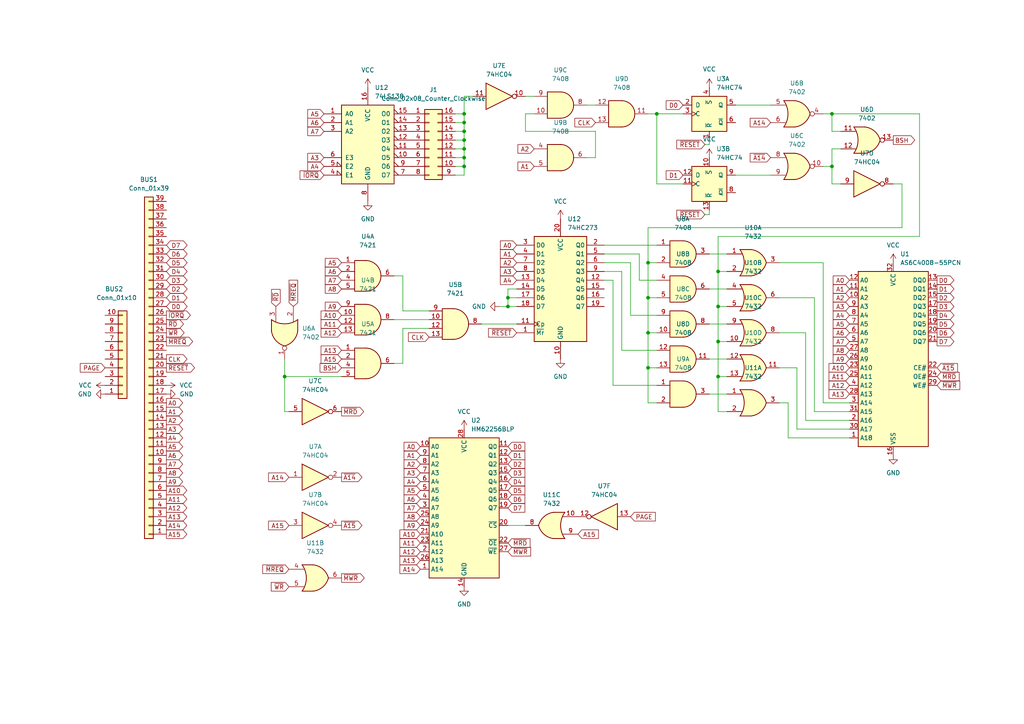
<source format=kicad_sch>
(kicad_sch (version 20211123) (generator eeschema)
  (paper "A4")
  (junction (at 241.3 48.26))
  (junction (at 241.3 33.02))
  (junction (at 147.32 86.36))
  (junction (at 134.62 38.1))
  (junction (at 134.62 33.02))
  (junction (at 134.62 40.64))
  (junction (at 187.96 86.36))
  (junction (at 187.96 106.68))
  (junction (at 134.62 48.26))
  (junction (at 147.32 88.9))
  (junction (at 134.62 43.18))
  (junction (at 82.55 109.22))
  (junction (at 208.28 78.74))
  (junction (at 187.96 96.52))
  (junction (at 190.5 33.02))
  (junction (at 208.28 99.06))
  (junction (at 208.28 88.9))
  (junction (at 187.96 76.2))
  (junction (at 134.62 35.56))
  (junction (at 134.62 45.72))
  (junction (at 208.28 109.22))
  (wire (pts (xy 175.26 78.74) (xy 180.34 78.74)))
  (wire (pts (xy 134.62 40.64) (xy 134.62 43.18)))
  (wire (pts (xy 208.28 68.58) (xy 266.7 68.58)))
  (wire (pts (xy 82.55 104.14) (xy 82.55 109.22)))
  (wire (pts (xy 132.08 43.18) (xy 134.62 43.18)))
  (wire (pts (xy 147.32 88.9) (xy 147.32 86.36)))
  (wire (pts (xy 147.32 86.36) (xy 149.86 86.36)))
  (wire (pts (xy 177.8 81.28) (xy 175.26 81.28)))
  (wire (pts (xy 204.47 41.91) (xy 205.74 41.91)))
  (wire (pts (xy 208.28 99.06) (xy 210.82 99.06)))
  (wire (pts (xy 147.32 152.4) (xy 152.4 152.4)))
  (wire (pts (xy 210.82 119.38) (xy 208.28 119.38)))
  (wire (pts (xy 182.88 76.2) (xy 175.26 76.2)))
  (wire (pts (xy 187.96 86.36) (xy 187.96 96.52)))
  (wire (pts (xy 149.86 88.9) (xy 147.32 88.9)))
  (wire (pts (xy 190.5 53.34) (xy 190.5 33.02)))
  (wire (pts (xy 172.72 45.72) (xy 172.72 38.1)))
  (wire (pts (xy 208.28 99.06) (xy 208.28 88.9)))
  (wire (pts (xy 266.7 33.02) (xy 266.7 68.58)))
  (wire (pts (xy 226.06 76.2) (xy 238.76 76.2)))
  (wire (pts (xy 187.96 96.52) (xy 187.96 106.68)))
  (wire (pts (xy 241.3 43.18) (xy 241.3 48.26)))
  (wire (pts (xy 228.6 116.84) (xy 228.6 127)))
  (wire (pts (xy 208.28 109.22) (xy 208.28 99.06)))
  (wire (pts (xy 246.38 119.38) (xy 236.22 119.38)))
  (wire (pts (xy 134.62 27.94) (xy 137.16 27.94)))
  (wire (pts (xy 226.06 96.52) (xy 233.68 96.52)))
  (wire (pts (xy 190.5 111.76) (xy 177.8 111.76)))
  (wire (pts (xy 190.5 91.44) (xy 182.88 91.44)))
  (wire (pts (xy 198.12 53.34) (xy 190.5 53.34)))
  (wire (pts (xy 208.28 78.74) (xy 210.82 78.74)))
  (wire (pts (xy 190.5 81.28) (xy 185.42 81.28)))
  (wire (pts (xy 147.32 83.82) (xy 147.32 86.36)))
  (wire (pts (xy 236.22 119.38) (xy 236.22 86.36)))
  (wire (pts (xy 134.62 33.02) (xy 134.62 35.56)))
  (wire (pts (xy 226.06 116.84) (xy 228.6 116.84)))
  (wire (pts (xy 261.62 53.34) (xy 261.62 66.04)))
  (wire (pts (xy 132.08 50.8) (xy 134.62 50.8)))
  (wire (pts (xy 180.34 101.6) (xy 180.34 78.74)))
  (wire (pts (xy 238.76 33.02) (xy 241.3 33.02)))
  (wire (pts (xy 170.18 45.72) (xy 172.72 45.72)))
  (wire (pts (xy 187.96 76.2) (xy 187.96 86.36)))
  (wire (pts (xy 185.42 81.28) (xy 185.42 73.66)))
  (wire (pts (xy 243.84 43.18) (xy 241.3 43.18)))
  (wire (pts (xy 226.06 106.68) (xy 231.14 106.68)))
  (wire (pts (xy 213.36 50.8) (xy 223.52 50.8)))
  (wire (pts (xy 238.76 116.84) (xy 238.76 76.2)))
  (wire (pts (xy 152.4 33.02) (xy 154.94 33.02)))
  (wire (pts (xy 134.62 43.18) (xy 134.62 45.72)))
  (wire (pts (xy 114.3 105.41) (xy 116.84 105.41)))
  (wire (pts (xy 187.96 116.84) (xy 190.5 116.84)))
  (wire (pts (xy 187.96 76.2) (xy 190.5 76.2)))
  (wire (pts (xy 246.38 124.46) (xy 231.14 124.46)))
  (wire (pts (xy 185.42 73.66) (xy 175.26 73.66)))
  (wire (pts (xy 177.8 111.76) (xy 177.8 81.28)))
  (wire (pts (xy 182.88 91.44) (xy 182.88 76.2)))
  (wire (pts (xy 205.74 62.23) (xy 205.74 60.96)))
  (wire (pts (xy 241.3 38.1) (xy 241.3 33.02)))
  (wire (pts (xy 132.08 48.26) (xy 134.62 48.26)))
  (wire (pts (xy 187.96 66.04) (xy 187.96 76.2)))
  (wire (pts (xy 175.26 71.12) (xy 190.5 71.12)))
  (wire (pts (xy 238.76 48.26) (xy 241.3 48.26)))
  (wire (pts (xy 259.08 53.34) (xy 261.62 53.34)))
  (wire (pts (xy 205.74 114.3) (xy 210.82 114.3)))
  (wire (pts (xy 208.28 88.9) (xy 210.82 88.9)))
  (wire (pts (xy 116.84 80.01) (xy 116.84 90.17)))
  (wire (pts (xy 152.4 27.94) (xy 154.94 27.94)))
  (wire (pts (xy 124.46 95.25) (xy 116.84 95.25)))
  (wire (pts (xy 205.74 104.14) (xy 210.82 104.14)))
  (wire (pts (xy 83.82 119.38) (xy 82.55 119.38)))
  (wire (pts (xy 233.68 121.92) (xy 233.68 96.52)))
  (wire (pts (xy 208.28 78.74) (xy 208.28 68.58)))
  (wire (pts (xy 205.74 93.98) (xy 210.82 93.98)))
  (wire (pts (xy 187.96 33.02) (xy 190.5 33.02)))
  (wire (pts (xy 187.96 106.68) (xy 190.5 106.68)))
  (wire (pts (xy 134.62 27.94) (xy 134.62 33.02)))
  (wire (pts (xy 226.06 86.36) (xy 236.22 86.36)))
  (wire (pts (xy 144.78 88.9) (xy 147.32 88.9)))
  (wire (pts (xy 149.86 83.82) (xy 147.32 83.82)))
  (wire (pts (xy 246.38 116.84) (xy 238.76 116.84)))
  (wire (pts (xy 172.72 38.1) (xy 152.4 38.1)))
  (wire (pts (xy 204.47 62.23) (xy 205.74 62.23)))
  (wire (pts (xy 213.36 30.48) (xy 223.52 30.48)))
  (wire (pts (xy 134.62 45.72) (xy 134.62 48.26)))
  (wire (pts (xy 231.14 124.46) (xy 231.14 106.68)))
  (wire (pts (xy 132.08 45.72) (xy 134.62 45.72)))
  (wire (pts (xy 187.96 96.52) (xy 190.5 96.52)))
  (wire (pts (xy 82.55 119.38) (xy 82.55 109.22)))
  (wire (pts (xy 208.28 119.38) (xy 208.28 109.22)))
  (wire (pts (xy 152.4 38.1) (xy 152.4 33.02)))
  (wire (pts (xy 132.08 40.64) (xy 134.62 40.64)))
  (wire (pts (xy 241.3 33.02) (xy 266.7 33.02)))
  (wire (pts (xy 132.08 38.1) (xy 134.62 38.1)))
  (wire (pts (xy 139.7 93.98) (xy 149.86 93.98)))
  (wire (pts (xy 187.96 106.68) (xy 187.96 116.84)))
  (wire (pts (xy 132.08 33.02) (xy 134.62 33.02)))
  (wire (pts (xy 208.28 88.9) (xy 208.28 78.74)))
  (wire (pts (xy 134.62 50.8) (xy 134.62 48.26)))
  (wire (pts (xy 190.5 101.6) (xy 180.34 101.6)))
  (wire (pts (xy 116.84 105.41) (xy 116.84 95.25)))
  (wire (pts (xy 134.62 35.56) (xy 134.62 38.1)))
  (wire (pts (xy 134.62 38.1) (xy 134.62 40.64)))
  (wire (pts (xy 114.3 92.71) (xy 124.46 92.71)))
  (wire (pts (xy 228.6 127) (xy 246.38 127)))
  (wire (pts (xy 116.84 90.17) (xy 124.46 90.17)))
  (wire (pts (xy 187.96 86.36) (xy 190.5 86.36)))
  (wire (pts (xy 205.74 73.66) (xy 210.82 73.66)))
  (wire (pts (xy 82.55 109.22) (xy 99.06 109.22)))
  (wire (pts (xy 132.08 35.56) (xy 134.62 35.56)))
  (wire (pts (xy 205.74 41.91) (xy 205.74 40.64)))
  (wire (pts (xy 170.18 30.48) (xy 172.72 30.48)))
  (wire (pts (xy 261.62 66.04) (xy 187.96 66.04)))
  (wire (pts (xy 114.3 80.01) (xy 116.84 80.01)))
  (wire (pts (xy 190.5 33.02) (xy 198.12 33.02)))
  (wire (pts (xy 208.28 109.22) (xy 210.82 109.22)))
  (wire (pts (xy 205.74 83.82) (xy 210.82 83.82)))
  (wire (pts (xy 243.84 38.1) (xy 241.3 38.1)))
  (wire (pts (xy 241.3 53.34) (xy 241.3 48.26)))
  (wire (pts (xy 246.38 121.92) (xy 233.68 121.92)))
  (wire (pts (xy 243.84 53.34) (xy 241.3 53.34)))
  (global_label "A2" (shape input) (at 121.92 134.62 180) (property "Intersheet References" "${INTERSHEET_REFS}" (effects hide)))
  (global_label "D2" (shape output) (at 271.78 86.36 0) (property "Intersheet References" "${INTERSHEET_REFS}" (effects hide)))
  (global_label "~{RESET}" (shape input) (at 204.47 62.23 180) (property "Intersheet References" "${INTERSHEET_REFS}" (effects hide)))
  (global_label "~{MWR}" (shape input) (at 147.32 160.02 0) (property "Intersheet References" "${INTERSHEET_REFS}" (effects hide)))
  (global_label "A12" (shape input) (at 99.06 96.52 180) (property "Intersheet References" "${INTERSHEET_REFS}" (effects hide)))
  (global_label "A13" (shape output) (at 48.26 149.86 0) (property "Intersheet References" "${INTERSHEET_REFS}" (effects hide)))
  (global_label "~{IORQ}" (shape output) (at 48.26 91.44 0) (property "Intersheet References" "${INTERSHEET_REFS}" (effects hide)))
  (global_label "PAGE" (shape input) (at 30.48 106.68 180) (property "Intersheet References" "${INTERSHEET_REFS}" (effects hide)))
  (global_label "A14" (shape output) (at 48.26 152.4 0) (property "Intersheet References" "${INTERSHEET_REFS}" (effects hide)))
  (global_label "A10" (shape input) (at 121.92 154.94 180) (property "Intersheet References" "${INTERSHEET_REFS}" (effects hide)))
  (global_label "A15" (shape input) (at 167.64 154.94 0) (property "Intersheet References" "${INTERSHEET_REFS}" (effects hide)))
  (global_label "A7" (shape input) (at 99.06 81.28 180) (property "Intersheet References" "${INTERSHEET_REFS}" (effects hide)))
  (global_label "BSH" (shape input) (at 99.06 106.68 180) (property "Intersheet References" "${INTERSHEET_REFS}" (effects hide)))
  (global_label "A15" (shape output) (at 48.26 154.94 0) (property "Intersheet References" "${INTERSHEET_REFS}" (effects hide)))
  (global_label "~{RD}" (shape input) (at 80.01 88.9 90) (property "Intersheet References" "${INTERSHEET_REFS}" (effects hide)))
  (global_label "D2" (shape input) (at 147.32 134.62 0) (property "Intersheet References" "${INTERSHEET_REFS}" (effects hide)))
  (global_label "D3" (shape output) (at 271.78 88.9 0) (property "Intersheet References" "${INTERSHEET_REFS}" (effects hide)))
  (global_label "A0" (shape input) (at 121.92 129.54 180) (property "Intersheet References" "${INTERSHEET_REFS}" (effects hide)))
  (global_label "D3" (shape bidirectional) (at 48.26 81.28 0) (property "Intersheet References" "${INTERSHEET_REFS}" (effects hide)))
  (global_label "D4" (shape output) (at 271.78 91.44 0) (property "Intersheet References" "${INTERSHEET_REFS}" (effects hide)))
  (global_label "~{RESET}" (shape input) (at 204.47 41.91 180) (property "Intersheet References" "${INTERSHEET_REFS}" (effects hide)))
  (global_label "A12" (shape output) (at 48.26 147.32 0) (property "Intersheet References" "${INTERSHEET_REFS}" (effects hide)))
  (global_label "D0" (shape input) (at 147.32 129.54 0) (property "Intersheet References" "${INTERSHEET_REFS}" (effects hide)))
  (global_label "A7" (shape output) (at 48.26 134.62 0) (property "Intersheet References" "${INTERSHEET_REFS}" (effects hide)))
  (global_label "~{MREQ}" (shape input) (at 83.82 165.1 180) (property "Intersheet References" "${INTERSHEET_REFS}" (effects hide)))
  (global_label "A14" (shape input) (at 121.92 165.1 180) (property "Intersheet References" "${INTERSHEET_REFS}" (effects hide)))
  (global_label "A3" (shape input) (at 121.92 137.16 180) (property "Intersheet References" "${INTERSHEET_REFS}" (effects hide)))
  (global_label "~{RESET}" (shape output) (at 48.26 106.68 0) (property "Intersheet References" "${INTERSHEET_REFS}" (effects hide)))
  (global_label "A10" (shape output) (at 48.26 142.24 0) (property "Intersheet References" "${INTERSHEET_REFS}" (effects hide)))
  (global_label "A6" (shape input) (at 99.06 78.74 180) (property "Intersheet References" "${INTERSHEET_REFS}" (effects hide)))
  (global_label "A13" (shape input) (at 99.06 101.6 180) (property "Intersheet References" "${INTERSHEET_REFS}" (effects hide)))
  (global_label "A14" (shape input) (at 83.82 138.43 180) (property "Intersheet References" "${INTERSHEET_REFS}" (effects hide)))
  (global_label "PAGE" (shape input) (at 182.88 149.86 0) (property "Intersheet References" "${INTERSHEET_REFS}" (effects hide)))
  (global_label "A1" (shape input) (at 154.94 48.26 180) (property "Intersheet References" "${INTERSHEET_REFS}" (effects hide)))
  (global_label "D3" (shape input) (at 147.32 137.16 0) (property "Intersheet References" "${INTERSHEET_REFS}" (effects hide)))
  (global_label "A1" (shape input) (at 121.92 132.08 180) (property "Intersheet References" "${INTERSHEET_REFS}" (effects hide)))
  (global_label "A7" (shape input) (at 93.98 38.1 180) (property "Intersheet References" "${INTERSHEET_REFS}" (effects hide)))
  (global_label "A13" (shape input) (at 246.38 114.3 180) (property "Intersheet References" "${INTERSHEET_REFS}" (effects hide)))
  (global_label "~{RD}" (shape output) (at 48.26 93.98 0) (property "Intersheet References" "${INTERSHEET_REFS}" (effects hide)))
  (global_label "D1" (shape input) (at 147.32 132.08 0) (property "Intersheet References" "${INTERSHEET_REFS}" (effects hide)))
  (global_label "A4" (shape input) (at 246.38 91.44 180) (property "Intersheet References" "${INTERSHEET_REFS}" (effects hide)))
  (global_label "A4" (shape input) (at 149.86 81.28 180) (property "Intersheet References" "${INTERSHEET_REFS}" (effects hide)))
  (global_label "D6" (shape output) (at 271.78 96.52 0) (property "Intersheet References" "${INTERSHEET_REFS}" (effects hide)))
  (global_label "BSH" (shape output) (at 259.08 40.64 0) (property "Intersheet References" "${INTERSHEET_REFS}" (effects hide)))
  (global_label "A5" (shape input) (at 99.06 76.2 180) (property "Intersheet References" "${INTERSHEET_REFS}" (effects hide)))
  (global_label "A11" (shape input) (at 99.06 93.98 180) (property "Intersheet References" "${INTERSHEET_REFS}" (effects hide)))
  (global_label "~{WR}" (shape output) (at 48.26 96.52 0) (property "Intersheet References" "${INTERSHEET_REFS}" (effects hide)))
  (global_label "A9" (shape input) (at 121.92 152.4 180) (property "Intersheet References" "${INTERSHEET_REFS}" (effects hide)))
  (global_label "D1" (shape input) (at 198.12 50.8 180) (property "Intersheet References" "${INTERSHEET_REFS}" (effects hide)))
  (global_label "CLK" (shape output) (at 48.26 104.14 0) (property "Intersheet References" "${INTERSHEET_REFS}" (effects hide)))
  (global_label "A8" (shape output) (at 48.26 137.16 0) (property "Intersheet References" "${INTERSHEET_REFS}" (effects hide)))
  (global_label "D5" (shape input) (at 147.32 142.24 0) (property "Intersheet References" "${INTERSHEET_REFS}" (effects hide)))
  (global_label "A9" (shape output) (at 48.26 139.7 0) (property "Intersheet References" "${INTERSHEET_REFS}" (effects hide)))
  (global_label "A5" (shape input) (at 121.92 142.24 180) (property "Intersheet References" "${INTERSHEET_REFS}" (effects hide)))
  (global_label "A14" (shape input) (at 223.52 35.56 180) (property "Intersheet References" "${INTERSHEET_REFS}" (effects hide)))
  (global_label "~{WR}" (shape input) (at 83.82 170.18 180) (property "Intersheet References" "${INTERSHEET_REFS}" (effects hide)))
  (global_label "D2" (shape bidirectional) (at 48.26 83.82 0) (property "Intersheet References" "${INTERSHEET_REFS}" (effects hide)))
  (global_label "~{A14}" (shape output) (at 99.06 138.43 0) (property "Intersheet References" "${INTERSHEET_REFS}" (effects hide)))
  (global_label "A13" (shape input) (at 121.92 162.56 180) (property "Intersheet References" "${INTERSHEET_REFS}" (effects hide)))
  (global_label "D0" (shape output) (at 271.78 81.28 0) (property "Intersheet References" "${INTERSHEET_REFS}" (effects hide)))
  (global_label "A1" (shape input) (at 246.38 83.82 180) (property "Intersheet References" "${INTERSHEET_REFS}" (effects hide)))
  (global_label "A4" (shape input) (at 93.98 48.26 180) (property "Intersheet References" "${INTERSHEET_REFS}" (effects hide)))
  (global_label "~{MRD}" (shape input) (at 147.32 157.48 0) (property "Intersheet References" "${INTERSHEET_REFS}" (effects hide)))
  (global_label "~{A15}" (shape input) (at 271.78 106.68 0) (property "Intersheet References" "${INTERSHEET_REFS}" (effects hide)))
  (global_label "D0" (shape input) (at 198.12 30.48 180) (property "Intersheet References" "${INTERSHEET_REFS}" (effects hide)))
  (global_label "A8" (shape input) (at 121.92 149.86 180) (property "Intersheet References" "${INTERSHEET_REFS}" (effects hide)))
  (global_label "A6" (shape output) (at 48.26 132.08 0) (property "Intersheet References" "${INTERSHEET_REFS}" (effects hide)))
  (global_label "A5" (shape input) (at 246.38 93.98 180) (property "Intersheet References" "${INTERSHEET_REFS}" (effects hide)))
  (global_label "~{MWR}" (shape input) (at 271.78 111.76 0) (property "Intersheet References" "${INTERSHEET_REFS}" (effects hide)))
  (global_label "~{MREQ}" (shape output) (at 48.26 99.06 0) (property "Intersheet References" "${INTERSHEET_REFS}" (effects hide)))
  (global_label "A8" (shape input) (at 246.38 101.6 180) (property "Intersheet References" "${INTERSHEET_REFS}" (effects hide)))
  (global_label "D5" (shape output) (at 271.78 93.98 0) (property "Intersheet References" "${INTERSHEET_REFS}" (effects hide)))
  (global_label "D4" (shape input) (at 147.32 139.7 0) (property "Intersheet References" "${INTERSHEET_REFS}" (effects hide)))
  (global_label "D7" (shape output) (at 271.78 99.06 0) (property "Intersheet References" "${INTERSHEET_REFS}" (effects hide)))
  (global_label "~{MRD}" (shape output) (at 99.06 119.38 0) (property "Intersheet References" "${INTERSHEET_REFS}" (effects hide)))
  (global_label "A7" (shape input) (at 246.38 99.06 180) (property "Intersheet References" "${INTERSHEET_REFS}" (effects hide)))
  (global_label "A10" (shape input) (at 246.38 106.68 180) (property "Intersheet References" "${INTERSHEET_REFS}" (effects hide)))
  (global_label "A1" (shape input) (at 149.86 73.66 180) (property "Intersheet References" "${INTERSHEET_REFS}" (effects hide)))
  (global_label "~{A15}" (shape output) (at 99.06 152.4 0) (property "Intersheet References" "${INTERSHEET_REFS}" (effects hide)))
  (global_label "CLK" (shape input) (at 124.46 97.79 180) (property "Intersheet References" "${INTERSHEET_REFS}" (effects hide)))
  (global_label "A0" (shape input) (at 246.38 81.28 180) (property "Intersheet References" "${INTERSHEET_REFS}" (effects hide)))
  (global_label "A2" (shape output) (at 48.26 121.92 0) (property "Intersheet References" "${INTERSHEET_REFS}" (effects hide)))
  (global_label "A6" (shape input) (at 93.98 35.56 180) (property "Intersheet References" "${INTERSHEET_REFS}" (effects hide)))
  (global_label "A4" (shape output) (at 48.26 127 0) (property "Intersheet References" "${INTERSHEET_REFS}" (effects hide)))
  (global_label "A1" (shape output) (at 48.26 119.38 0) (property "Intersheet References" "${INTERSHEET_REFS}" (effects hide)))
  (global_label "D6" (shape input) (at 147.32 144.78 0) (property "Intersheet References" "${INTERSHEET_REFS}" (effects hide)))
  (global_label "A3" (shape input) (at 93.98 45.72 180) (property "Intersheet References" "${INTERSHEET_REFS}" (effects hide)))
  (global_label "~{MWR}" (shape output) (at 99.06 167.64 0) (property "Intersheet References" "${INTERSHEET_REFS}" (effects hide)))
  (global_label "A11" (shape input) (at 246.38 109.22 180) (property "Intersheet References" "${INTERSHEET_REFS}" (effects hide)))
  (global_label "~{A14}" (shape input) (at 223.52 45.72 180) (property "Intersheet References" "${INTERSHEET_REFS}" (effects hide)))
  (global_label "D4" (shape bidirectional) (at 48.26 78.74 0) (property "Intersheet References" "${INTERSHEET_REFS}" (effects hide)))
  (global_label "D6" (shape bidirectional) (at 48.26 73.66 0) (property "Intersheet References" "${INTERSHEET_REFS}" (effects hide)))
  (global_label "A3" (shape output) (at 48.26 124.46 0) (property "Intersheet References" "${INTERSHEET_REFS}" (effects hide)))
  (global_label "A2" (shape input) (at 149.86 76.2 180) (property "Intersheet References" "${INTERSHEET_REFS}" (effects hide)))
  (global_label "A7" (shape input) (at 121.92 147.32 180) (property "Intersheet References" "${INTERSHEET_REFS}" (effects hide)))
  (global_label "D7" (shape input) (at 147.32 147.32 0) (property "Intersheet References" "${INTERSHEET_REFS}" (effects hide)))
  (global_label "CLK" (shape input) (at 172.72 35.56 180) (property "Intersheet References" "${INTERSHEET_REFS}" (effects hide)))
  (global_label "A10" (shape input) (at 99.06 91.44 180) (property "Intersheet References" "${INTERSHEET_REFS}" (effects hide)))
  (global_label "A5" (shape input) (at 93.98 33.02 180) (property "Intersheet References" "${INTERSHEET_REFS}" (effects hide)))
  (global_label "D7" (shape bidirectional) (at 48.26 71.12 0) (property "Intersheet References" "${INTERSHEET_REFS}" (effects hide)))
  (global_label "A3" (shape input) (at 246.38 88.9 180) (property "Intersheet References" "${INTERSHEET_REFS}" (effects hide)))
  (global_label "~{MREQ}" (shape input) (at 85.09 88.9 90) (property "Intersheet References" "${INTERSHEET_REFS}" (effects hide)))
  (global_label "A15" (shape input) (at 99.06 104.14 180) (property "Intersheet References" "${INTERSHEET_REFS}" (effects hide)))
  (global_label "A12" (shape input) (at 121.92 160.02 180) (property "Intersheet References" "${INTERSHEET_REFS}" (effects hide)))
  (global_label "D0" (shape bidirectional) (at 48.26 88.9 0) (property "Intersheet References" "${INTERSHEET_REFS}" (effects hide)))
  (global_label "~{IORQ}" (shape input) (at 93.98 50.8 180) (property "Intersheet References" "${INTERSHEET_REFS}" (effects hide)))
  (global_label "A11" (shape input) (at 121.92 157.48 180) (property "Intersheet References" "${INTERSHEET_REFS}" (effects hide)))
  (global_label "A3" (shape input) (at 149.86 78.74 180) (property "Intersheet References" "${INTERSHEET_REFS}" (effects hide)))
  (global_label "A12" (shape input) (at 246.38 111.76 180) (property "Intersheet References" "${INTERSHEET_REFS}" (effects hide)))
  (global_label "D5" (shape bidirectional) (at 48.26 76.2 0) (property "Intersheet References" "${INTERSHEET_REFS}" (effects hide)))
  (global_label "D1" (shape bidirectional) (at 48.26 86.36 0) (property "Intersheet References" "${INTERSHEET_REFS}" (effects hide)))
  (global_label "~{MRD}" (shape input) (at 271.78 109.22 0) (property "Intersheet References" "${INTERSHEET_REFS}" (effects hide)))
  (global_label "A0" (shape input) (at 149.86 71.12 180) (property "Intersheet References" "${INTERSHEET_REFS}" (effects hide)))
  (global_label "A2" (shape input) (at 154.94 43.18 180) (property "Intersheet References" "${INTERSHEET_REFS}" (effects hide)))
  (global_label "~{RESET}" (shape input) (at 149.86 96.52 180) (property "Intersheet References" "${INTERSHEET_REFS}" (effects hide)))
  (global_label "A6" (shape input) (at 121.92 144.78 180) (property "Intersheet References" "${INTERSHEET_REFS}" (effects hide)))
  (global_label "A9" (shape input) (at 99.06 88.9 180) (property "Intersheet References" "${INTERSHEET_REFS}" (effects hide)))
  (global_label "A11" (shape output) (at 48.26 144.78 0) (property "Intersheet References" "${INTERSHEET_REFS}" (effects hide)))
  (global_label "A5" (shape output) (at 48.26 129.54 0) (property "Intersheet References" "${INTERSHEET_REFS}" (effects hide)))
  (global_label "A6" (shape input) (at 246.38 96.52 180) (property "Intersheet References" "${INTERSHEET_REFS}" (effects hide)))
  (global_label "A4" (shape input) (at 121.92 139.7 180) (property "Intersheet References" "${INTERSHEET_REFS}" (effects hide)))
  (global_label "A2" (shape input) (at 246.38 86.36 180) (property "Intersheet References" "${INTERSHEET_REFS}" (effects hide)))
  (global_label "A8" (shape input) (at 99.06 83.82 180) (property "Intersheet References" "${INTERSHEET_REFS}" (effects hide)))
  (global_label "A9" (shape input) (at 246.38 104.14 180) (property "Intersheet References" "${INTERSHEET_REFS}" (effects hide)))
  (global_label "D1" (shape output) (at 271.78 83.82 0) (property "Intersheet References" "${INTERSHEET_REFS}" (effects hide)))
  (global_label "A15" (shape input) (at 83.82 152.4 180) (property "Intersheet References" "${INTERSHEET_REFS}" (effects hide)))
  (global_label "A0" (shape output) (at 48.26 116.84 0) (property "Intersheet References" "${INTERSHEET_REFS}" (effects hide)))
  (symbol (lib_id "power:VCC") (at 30.48 111.76 90) (unit 1)
    (property "Reference" "#PWR?" (effects hide))
    (property "Value" "VCC" (at 26.67 111.7599 90) (effects (justify left)))
  )
  (symbol (lib_id "74xx:7402") (at 231.14 33.02 0) (unit 2)
    (property "Reference" "U6" (at 231.14 24.13 0))
    (property "Value" "7402" (at 231.14 26.67 0))
    (property "Footprint" "Package_DIP:DIP-14_W7.62mm" (effects hide))
    (property "Datasheet" "http://www.ti.com/lit/gpn/sn7402" (effects hide))
  )
  (symbol (lib_id "power:GND") (at 30.48 114.3 270) (unit 1)
    (property "Reference" "#PWR?" (effects hide))
    (property "Value" "GND" (at 26.67 114.2999 90) (effects (justify right)))
  )
  (symbol (lib_id "power:VCC") (at 162.56 63.5 0) (unit 1)
    (property "Reference" "#PWR0102" (effects hide))
    (property "Value" "VCC" (at 162.56 58.42 0))
  )
  (symbol (lib_id "74xx:74HC04") (at 144.78 27.94 0) (unit 5)
    (property "Reference" "U7" (at 144.78 19.05 0))
    (property "Value" "74HC04" (at 144.78 21.59 0))
    (property "Footprint" "Package_DIP:DIP-14_W7.62mm" (effects hide))
    (property "Datasheet" "https://assets.nexperia.com/documents/data-sheet/74HC_HCT04.pdf" (effects hide))
  )
  (symbol (lib_id "power:GND") (at 134.62 170.18 0) (unit 1)
    (property "Reference" "#PWR?" (effects hide))
    (property "Value" "GND" (at 134.62 175.26 0))
  )
  (symbol (lib_id "74xx:74LS08") (at 162.56 30.48 0) (unit 3)
    (property "Reference" "U9" (at 162.56 20.32 0))
    (property "Value" "7408" (at 162.56 22.86 0))
    (property "Footprint" "Package_DIP:DIP-14_W7.62mm" (effects hide))
    (property "Datasheet" "http://www.ti.com/lit/gpn/sn74LS08" (effects hide))
  )
  (symbol (lib_id "74xx:74HC04") (at 91.44 138.43 0) (unit 1)
    (property "Reference" "U7" (at 91.44 129.54 0))
    (property "Value" "74HC04" (at 91.44 132.08 0))
    (property "Footprint" "Package_DIP:DIP-14_W7.62mm" (effects hide))
    (property "Datasheet" "https://assets.nexperia.com/documents/data-sheet/74HC_HCT04.pdf" (effects hide))
  )
  (symbol (lib_id "power:GND") (at 259.08 132.08 0) (unit 1)
    (property "Reference" "#PWR0104" (effects hide))
    (property "Value" "GND" (at 259.08 137.16 0))
  )
  (symbol (lib_id "74xx:74HC273") (at 162.56 83.82 0) (unit 1)
    (property "Reference" "U12" (at 164.5794 63.5 0) (effects (justify left)))
    (property "Value" "74HC273" (at 164.5794 66.04 0) (effects (justify left)))
    (property "Footprint" "Package_DIP:DIP-20_W7.62mm" (effects hide))
    (property "Datasheet" "https://assets.nexperia.com/documents/data-sheet/74HC_HCT273.pdf" (effects hide))
  )
  (symbol (lib_id "74xx:74HC74") (at 205.74 53.34 0) (unit 2)
    (property "Reference" "U3" (at 207.7594 43.18 0) (effects (justify left)))
    (property "Value" "74HC74" (at 207.7594 45.72 0) (effects (justify left)))
    (property "Footprint" "Package_DIP:DIP-14_W7.62mm" (effects hide))
    (property "Datasheet" "74xx/74hc_hct74.pdf" (effects hide))
  )
  (symbol (lib_id "Memory_RAM:AS6C4008-55PCN") (at 259.08 104.14 0) (unit 1)
    (property "Reference" "U1" (at 261.0994 73.66 0) (effects (justify left)))
    (property "Value" "AS6C4008-55PCN" (at 261.0994 76.2 0) (effects (justify left)))
    (property "Footprint" "Package_DIP:DIP-32_W15.24mm" (effects hide))
    (property "Datasheet" "https://www.alliancememory.com/wp-content/uploads/pdf/AS6C4008.pdf" (effects hide))
  )
  (symbol (lib_id "74xx:74LS21") (at 132.08 93.98 0) (unit 2)
    (property "Reference" "U5" (at 132.08 82.55 0))
    (property "Value" "7421" (at 132.08 85.09 0))
    (property "Footprint" "Package_DIP:DIP-14_W7.62mm" (effects hide))
    (property "Datasheet" "http://www.ti.com/lit/gpn/sn74LS21" (effects hide))
  )
  (symbol (lib_id "power:GND") (at 144.78 88.9 270) (unit 1)
    (property "Reference" "#PWR?" (effects hide))
    (property "Value" "GND" (at 140.97 88.8999 90) (effects (justify right)))
  )
  (symbol (lib_id "74xx:74LS32") (at 218.44 96.52 0) (unit 3)
    (property "Reference" "U10" (at 218.44 86.36 0))
    (property "Value" "7432" (at 218.44 88.9 0))
    (property "Footprint" "Package_DIP:DIP-14_W7.62mm" (effects hide))
    (property "Datasheet" "http://www.ti.com/lit/gpn/sn74LS32" (effects hide))
  )
  (symbol (lib_id "power:VCC") (at 205.74 25.4 0) (unit 1)
    (property "Reference" "#PWR?" (effects hide))
    (property "Value" "VCC" (at 205.74 20.066 0))
  )
  (symbol (lib_id "74xx:74LS32") (at 218.44 106.68 0) (unit 4)
    (property "Reference" "U10" (at 218.44 96.52 0))
    (property "Value" "7432" (at 218.44 99.06 0))
    (property "Footprint" "Package_DIP:DIP-14_W7.62mm" (effects hide))
    (property "Datasheet" "http://www.ti.com/lit/gpn/sn74LS32" (effects hide))
  )
  (symbol (lib_id "power:VCC") (at 134.62 124.46 0) (unit 1)
    (property "Reference" "#PWR?" (effects hide))
    (property "Value" "VCC" (at 134.62 119.38 0))
  )
  (symbol (lib_id "power:VCC") (at 259.08 76.2 0) (unit 1)
    (property "Reference" "#PWR0103" (effects hide))
    (property "Value" "VCC" (at 259.08 71.12 0))
  )
  (symbol (lib_id "74xx:74HC04") (at 91.44 119.38 0) (unit 3)
    (property "Reference" "U7" (at 91.44 110.49 0))
    (property "Value" "74HC04" (at 91.44 113.03 0))
    (property "Footprint" "Package_DIP:DIP-14_W7.62mm" (effects hide))
    (property "Datasheet" "https://assets.nexperia.com/documents/data-sheet/74HC_HCT04.pdf" (effects hide))
  )
  (symbol (lib_id "74xx:74LS32") (at 218.44 116.84 0) (unit 1)
    (property "Reference" "U11" (at 218.44 106.68 0))
    (property "Value" "7432" (at 218.44 109.22 0))
    (property "Footprint" "Package_DIP:DIP-14_W7.62mm" (effects hide))
    (property "Datasheet" "http://www.ti.com/lit/gpn/sn74LS32" (effects hide))
  )
  (symbol (lib_id "74xx:74LS21") (at 106.68 105.41 0) (unit 1)
    (property "Reference" "U5" (at 106.68 93.98 0))
    (property "Value" "7421" (at 106.68 96.52 0))
    (property "Footprint" "Package_DIP:DIP-14_W7.62mm" (effects hide))
    (property "Datasheet" "http://www.ti.com/lit/gpn/sn74LS21" (effects hide))
  )
  (symbol (lib_id "74xx:74LS138") (at 106.68 40.64 0) (unit 1)
    (property "Reference" "U12" (at 108.6994 25.4 0) (effects (justify left)))
    (property "Value" "74LS138" (at 108.6994 27.94 0) (effects (justify left)))
    (property "Footprint" "Package_DIP:DIP-16_W7.62mm" (effects hide))
    (property "Datasheet" "http://www.ti.com/lit/gpn/sn74LS138" (effects hide))
  )
  (symbol (lib_id "Memory_RAM:HM62256BLP") (at 134.62 147.32 0) (unit 1)
    (property "Reference" "U2" (at 136.6394 121.92 0) (effects (justify left)))
    (property "Value" "HM62256BLP" (at 136.6394 124.46 0) (effects (justify left)))
    (property "Footprint" "Package_DIP:DIP-28_W15.24mm" (effects hide))
    (property "Datasheet" "https://web.mit.edu/6.115/www/document/62256.pdf" (effects hide))
  )
  (symbol (lib_id "74xx:74LS21") (at 106.68 92.71 0) (unit 2)
    (property "Reference" "U4" (at 106.68 81.28 0))
    (property "Value" "7421" (at 106.68 83.82 0))
    (property "Footprint" "Package_DIP:DIP-14_W7.62mm" (effects hide))
    (property "Datasheet" "http://www.ti.com/lit/gpn/sn74LS21" (effects hide))
  )
  (symbol (lib_id "74xx:74LS08") (at 198.12 73.66 0) (unit 1)
    (property "Reference" "U8" (at 198.12 63.5 0))
    (property "Value" "7408" (at 198.12 66.04 0))
    (property "Footprint" "Package_DIP:DIP-14_W7.62mm" (effects hide))
    (property "Datasheet" "http://www.ti.com/lit/gpn/sn74LS08" (effects hide))
  )
  (symbol (lib_id "74xx:7402") (at 231.14 48.26 0) (unit 3)
    (property "Reference" "U6" (at 231.14 39.37 0))
    (property "Value" "7402" (at 231.14 41.91 0))
    (property "Footprint" "Package_DIP:DIP-14_W7.62mm" (effects hide))
    (property "Datasheet" "http://www.ti.com/lit/gpn/sn7402" (effects hide))
  )
  (symbol (lib_id "Connector_Generic:Conn_01x10") (at 35.56 104.14 0) (mirror x) (unit 1)
    (property "Reference" "BUS2" (at 30.48 83.82 0) (effects (justify left)))
    (property "Value" "Conn_01x10" (at 27.94 86.36 0) (effects (justify left)))
  )
  (symbol (lib_id "power:VCC") (at 106.68 25.4 0) (unit 1)
    (property "Reference" "#PWR0108" (effects hide))
    (property "Value" "VCC" (at 106.68 20.32 0))
  )
  (symbol (lib_id "power:GND") (at 106.68 58.42 0) (unit 1)
    (property "Reference" "#PWR0107" (effects hide))
    (property "Value" "GND" (at 106.68 63.5 0))
  )
  (symbol (lib_id "74xx:7402") (at 82.55 96.52 270) (unit 1)
    (property "Reference" "U6" (at 87.63 95.2499 90) (effects (justify left)))
    (property "Value" "7402" (at 87.63 97.7899 90) (effects (justify left)))
    (property "Footprint" "Package_DIP:DIP-14_W7.62mm" (effects hide))
    (property "Datasheet" "http://www.ti.com/lit/gpn/sn7402" (effects hide))
  )
  (symbol (lib_id "74xx:74HC04") (at 175.26 149.86 180) (unit 6)
    (property "Reference" "U7" (at 175.26 140.97 0))
    (property "Value" "74HC04" (at 175.26 143.51 0))
    (property "Footprint" "Package_DIP:DIP-14_W7.62mm" (effects hide))
    (property "Datasheet" "https://assets.nexperia.com/documents/data-sheet/74HC_HCT04.pdf" (effects hide))
  )
  (symbol (lib_id "74xx:74LS08") (at 198.12 93.98 0) (unit 3)
    (property "Reference" "U8" (at 198.12 83.82 0))
    (property "Value" "7408" (at 198.12 86.36 0))
    (property "Footprint" "Package_DIP:DIP-14_W7.62mm" (effects hide))
    (property "Datasheet" "http://www.ti.com/lit/gpn/sn74LS08" (effects hide))
  )
  (symbol (lib_id "74xx:7402") (at 251.46 40.64 0) (unit 4)
    (property "Reference" "U6" (at 251.46 31.75 0))
    (property "Value" "7402" (at 251.46 34.29 0))
    (property "Footprint" "Package_DIP:DIP-14_W7.62mm" (effects hide))
    (property "Datasheet" "http://www.ti.com/lit/gpn/sn7402" (effects hide))
  )
  (symbol (lib_id "74xx:74LS08") (at 180.34 33.02 0) (unit 4)
    (property "Reference" "U9" (at 180.34 22.86 0))
    (property "Value" "7408" (at 180.34 25.4 0))
    (property "Footprint" "Package_DIP:DIP-14_W7.62mm" (effects hide))
    (property "Datasheet" "http://www.ti.com/lit/gpn/sn74LS08" (effects hide))
  )
  (symbol (lib_id "74xx:74LS21") (at 106.68 80.01 0) (unit 1)
    (property "Reference" "U4" (at 106.68 68.58 0))
    (property "Value" "7421" (at 106.68 71.12 0))
    (property "Footprint" "Package_DIP:DIP-14_W7.62mm" (effects hide))
    (property "Datasheet" "http://www.ti.com/lit/gpn/sn74LS21" (effects hide))
  )
  (symbol (lib_id "Connector_Generic:Conn_01x39") (at 43.18 106.68 180) (unit 1)
    (property "Reference" "BUS1" (at 43.18 52.07 0))
    (property "Value" "Conn_01x39" (at 43.18 54.61 0))
    (property "Footprint" "Connector_PinHeader_2.54mm:PinHeader_1x39_P2.54mm_Vertical" (effects hide))
  )
  (symbol (lib_id "74xx:74HC04") (at 251.46 53.34 0) (unit 4)
    (property "Reference" "U7" (at 251.46 44.45 0))
    (property "Value" "74HC04" (at 251.46 46.99 0))
    (property "Footprint" "Package_DIP:DIP-14_W7.62mm" (effects hide))
    (property "Datasheet" "https://assets.nexperia.com/documents/data-sheet/74HC_HCT04.pdf" (effects hide))
  )
  (symbol (lib_id "74xx:74LS08") (at 198.12 114.3 0) (unit 1)
    (property "Reference" "U9" (at 198.12 104.14 0))
    (property "Value" "7408" (at 198.12 106.68 0))
    (property "Footprint" "Package_DIP:DIP-14_W7.62mm" (effects hide))
    (property "Datasheet" "http://www.ti.com/lit/gpn/sn74LS08" (effects hide))
  )
  (symbol (lib_id "74xx:74LS08") (at 162.56 45.72 0) (unit 2)
    (property "Reference" "U9" (at 162.56 35.56 0))
    (property "Value" "7408" (at 162.56 38.1 0))
    (property "Footprint" "Package_DIP:DIP-14_W7.62mm" (effects hide))
    (property "Datasheet" "http://www.ti.com/lit/gpn/sn74LS08" (effects hide))
  )
  (symbol (lib_id "74xx:74LS32") (at 218.44 76.2 0) (unit 1)
    (property "Reference" "U10" (at 218.44 66.04 0))
    (property "Value" "7432" (at 218.44 68.58 0))
    (property "Footprint" "Package_DIP:DIP-14_W7.62mm" (effects hide))
    (property "Datasheet" "http://www.ti.com/lit/gpn/sn74LS32" (effects hide))
  )
  (symbol (lib_id "power:GND") (at 48.26 114.3 90) (unit 1)
    (property "Reference" "#PWR0105" (effects hide))
    (property "Value" "GND" (at 52.07 114.2999 90) (effects (justify right)))
  )
  (symbol (lib_id "74xx:74LS32") (at 91.44 167.64 0) (unit 2)
    (property "Reference" "U11" (at 91.44 157.48 0))
    (property "Value" "7432" (at 91.44 160.02 0))
    (property "Footprint" "Package_DIP:DIP-14_W7.62mm" (effects hide))
    (property "Datasheet" "http://www.ti.com/lit/gpn/sn74LS32" (effects hide))
  )
  (symbol (lib_id "power:VCC") (at 48.26 111.76 270) (unit 1)
    (property "Reference" "#PWR0106" (effects hide))
    (property "Value" "VCC" (at 52.07 111.7599 90) (effects (justify left)))
  )
  (symbol (lib_id "power:VCC") (at 205.74 45.72 0) (unit 1)
    (property "Reference" "#PWR?" (effects hide))
    (property "Value" "VCC" (at 205.74 40.386 0))
  )
  (symbol (lib_id "74xx:74LS08") (at 198.12 83.82 0) (unit 2)
    (property "Reference" "U8" (at 198.12 73.66 0))
    (property "Value" "7408" (at 198.12 76.2 0))
    (property "Footprint" "Package_DIP:DIP-14_W7.62mm" (effects hide))
    (property "Datasheet" "http://www.ti.com/lit/gpn/sn74LS08" (effects hide))
  )
  (symbol (lib_id "74xx:74LS32") (at 160.02 152.4 180) (unit 3)
    (property "Reference" "U11" (at 160.02 143.51 0))
    (property "Value" "7432" (at 160.02 146.05 0))
    (property "Footprint" "Package_DIP:DIP-14_W7.62mm" (effects hide))
    (property "Datasheet" "http://www.ti.com/lit/gpn/sn74LS32" (effects hide))
  )
  (symbol (lib_id "Connector_Generic:Conn_02x08_Counter_Clockwise") (at 124.46 40.64 0) (unit 1)
    (property "Reference" "J1" (at 125.73 26.035 0))
    (property "Value" "Conn_02x08_Counter_Clockwise" (at 125.73 28.575 0))
    (property "Footprint" "Connector_PinHeader_2.54mm:PinHeader_2x08_P2.54mm_Vertical" (effects hide))
  )
  (symbol (lib_id "power:GND") (at 162.56 104.14 0) (unit 1)
    (property "Reference" "#PWR0101" (effects hide))
    (property "Value" "GND" (at 162.56 109.22 0))
  )
  (symbol (lib_id "74xx:74HC04") (at 91.44 152.4 0) (unit 2)
    (property "Reference" "U7" (at 91.44 143.51 0))
    (property "Value" "74HC04" (at 91.44 146.05 0))
    (property "Footprint" "Package_DIP:DIP-14_W7.62mm" (effects hide))
    (property "Datasheet" "https://assets.nexperia.com/documents/data-sheet/74HC_HCT04.pdf" (effects hide))
  )
  (symbol (lib_id "74xx:74HC74") (at 205.74 33.02 0) (unit 1)
    (property "Reference" "U3" (at 207.7594 22.86 0) (effects (justify left)))
    (property "Value" "74HC74" (at 207.7594 25.4 0) (effects (justify left)))
    (property "Footprint" "Package_DIP:DIP-14_W7.62mm" (effects hide))
    (property "Datasheet" "74xx/74hc_hct74.pdf" (effects hide))
  )
  (symbol (lib_id "74xx:74LS08") (at 198.12 104.14 0) (unit 4)
    (property "Reference" "U8" (at 198.12 93.98 0))
    (property "Value" "7408" (at 198.12 96.52 0))
    (property "Footprint" "Package_DIP:DIP-14_W7.62mm" (effects hide))
    (property "Datasheet" "http://www.ti.com/lit/gpn/sn74LS08" (effects hide))
  )
  (symbol (lib_id "74xx:74LS32") (at 218.44 86.36 0) (unit 2)
    (property "Reference" "U10" (at 218.44 76.2 0))
    (property "Value" "7432" (at 218.44 78.74 0))
    (property "Footprint" "Package_DIP:DIP-14_W7.62mm" (effects hide))
    (property "Datasheet" "http://www.ti.com/lit/gpn/sn74LS32" (effects hide))
  )
)
</source>
